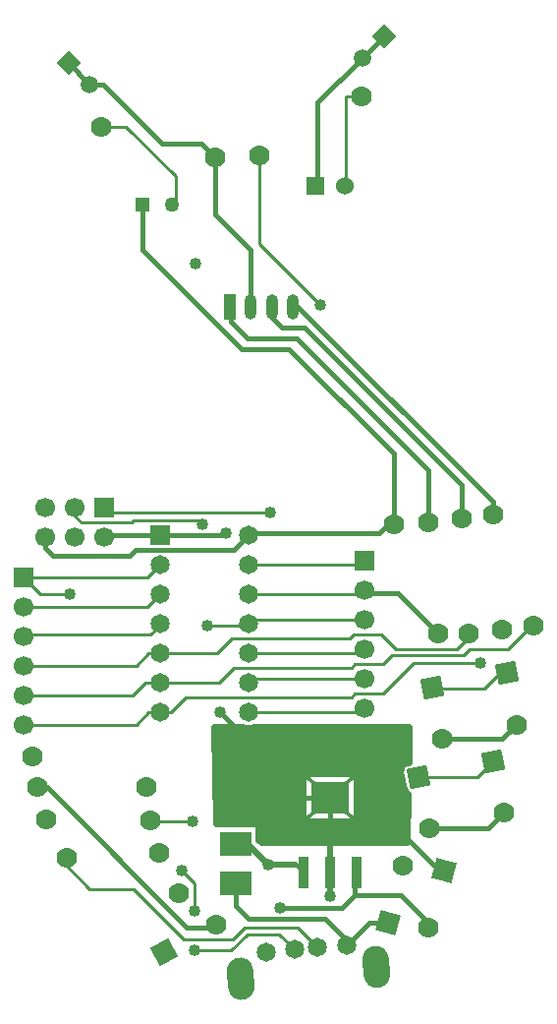
<source format=gbr>
G04 DipTrace 3.3.1.3*
G04 Bottom.gbr*
%MOIN*%
G04 #@! TF.FileFunction,Copper,L2,Bot*
G04 #@! TF.Part,Single*
%AMOUTLINE0*
4,1,4,
0.042866,0.024749,
0.024749,-0.042866,
-0.042866,-0.024749,
-0.024749,0.042866,
0.042866,0.024749,
0*%
%AMOUTLINE3*
4,1,4,
-0.047475,0.014004,
0.014004,0.047475,
0.047475,-0.014004,
-0.014004,-0.047475,
-0.047475,0.014004,
0*%
%AMOUTLINE6*
4,1,4,
-0.042945,-0.02461,
-0.02461,0.042945,
0.042945,0.02461,
0.02461,-0.042945,
-0.042945,-0.02461,
0*%
%AMOUTLINE9*
4,1,4,
0.0,-0.041759,
-0.041759,0.0,
0.0,0.041759,
0.041759,0.0,
0.0,-0.041759,
0*%
%AMOUTLINE12*
4,1,4,
-0.041759,0.0,
0.0,0.041759,
0.041759,0.0,
0.0,-0.041759,
-0.041759,0.0,
0*%
%AMOUTLINE15*
4,1,4,
-0.027776,-0.04097,
-0.04097,0.027776,
0.027776,0.04097,
0.04097,-0.027776,
-0.027776,-0.04097,
0*%
%AMOUTLINE18*
4,1,4,
-0.026971,-0.041504,
-0.041504,0.026971,
0.026971,0.041504,
0.041504,-0.026971,
-0.026971,-0.041504,
0*%
%AMOUTLINE21*
4,1,16,
-0.042584,-0.03111,
-0.036537,-0.050202,
-0.022804,-0.064778,
-0.004106,-0.071954,
0.015853,-0.070306,
0.033119,-0.060161,
0.044276,-0.043529,
0.04711,-0.023703,
0.042584,0.03111,
0.036537,0.050202,
0.022804,0.064778,
0.004106,0.071954,
-0.015853,0.070306,
-0.033119,0.060161,
-0.044276,0.043529,
-0.04711,0.023703,
-0.042584,-0.03111,
0*%
%AMOUTLINE24*
4,1,16,
-0.042626,-0.030612,
-0.036577,-0.049703,
-0.022845,-0.064281,
-0.004147,-0.071455,
0.015811,-0.069807,
0.033079,-0.059663,
0.044235,-0.04303,
0.04707,-0.023206,
0.042626,0.030612,
0.036577,0.049703,
0.022845,0.064281,
0.004147,0.071455,
-0.015811,0.069807,
-0.033079,0.059663,
-0.044235,0.04303,
-0.04707,0.023206,
-0.042626,-0.030612,
0*%
G04 #@! TA.AperFunction,Conductor*
%ADD13C,0.01*%
%ADD14C,0.015*%
%ADD15C,0.02*%
G04 #@! TA.AperFunction,CopperBalancing*
%ADD16C,0.025*%
%ADD17C,0.013*%
G04 #@! TA.AperFunction,ComponentPad*
%ADD18C,0.07*%
%ADD19C,0.05*%
%ADD20R,0.05X0.05*%
%ADD21C,0.06*%
%ADD22R,0.06X0.06*%
%ADD23O,0.041339X0.085*%
%ADD24R,0.041339X0.085*%
%ADD25R,0.106299X0.08*%
G04 #@! TA.AperFunction,ComponentPad*
%ADD26C,0.059055*%
%ADD27R,0.066929X0.066929*%
%ADD28C,0.066929*%
%ADD29C,0.07*%
%ADD30R,0.065X0.065*%
%ADD31C,0.065*%
%ADD33R,0.037402X0.11*%
%ADD34R,0.127953X0.11*%
G04 #@! TA.AperFunction,ViaPad*
%ADD35C,0.04*%
G04 #@! TA.AperFunction,ComponentPad*
%ADD89OUTLINE0*%
%ADD92OUTLINE3*%
%ADD95OUTLINE6*%
%ADD98OUTLINE9*%
%ADD101OUTLINE12*%
%ADD104OUTLINE15*%
%ADD107OUTLINE18*%
%ADD110OUTLINE21*%
%ADD113OUTLINE24*%
%FSLAX26Y26*%
G04*
G70*
G90*
G75*
G01*
G04 Bottom*
%LPD*%
X536956Y1374575D2*
D13*
X921339D1*
X963293Y1416529D1*
X1000852D1*
X1038285D1*
X1089840Y1468085D1*
X1652281D1*
X1663283Y1479086D1*
X1757023D1*
X1861305Y1583368D1*
X2089085D1*
X1300852Y1816529D2*
X1682522D1*
X1694146Y1828154D1*
Y1818550D1*
D14*
X1809044D1*
X1944419Y1683175D1*
X2177873Y1548560D2*
D13*
Y1572864D1*
X2102371Y1497363D1*
X1929407D1*
X1926461Y1500309D1*
X1694146Y1728154D2*
X1312477D1*
X1300852Y1716529D1*
X1879864Y1195256D2*
X2077141D1*
X2130287Y1248401D1*
X1300852Y1716529D2*
Y1710312D1*
X1163335D1*
X1113340Y1047881D2*
X968842D1*
Y1049573D1*
X536956Y1474575D2*
X908851D1*
X950805Y1516529D1*
X1000852D1*
X1200779D1*
X1250826Y1566577D1*
X1650784D1*
X1663283Y1579075D1*
X1757023D1*
X1788270Y1610322D1*
X2031994D1*
X2050742Y1629070D1*
X2181978D1*
X2262304Y1709396D1*
X2268792D1*
X1300852Y1916529D2*
X1682522D1*
X1694146Y1928154D1*
X1338317Y3303894D2*
Y3003926D1*
X1544545Y2797697D1*
X1300852Y1616529D2*
X1682522D1*
X1694146Y1628154D1*
Y1528154D2*
X1312477D1*
X1300852Y1516529D1*
X713393Y2111254D2*
Y2079012D1*
X733751Y2058654D1*
X903980D1*
X911432Y2066107D1*
X1132506D1*
X1144587Y2054025D1*
X1578981Y872898D2*
D14*
Y1126271D1*
Y872898D2*
Y857340D1*
X1575792Y854151D1*
Y999886D1*
X1828902D1*
X1949151Y879637D1*
X1964326D1*
X1959859Y1326285D2*
X2162964D1*
X2211221Y1374543D1*
X1916650Y1021917D2*
X2113872D1*
X2167024Y1075069D1*
X1000852Y2016529D2*
X813393D1*
Y2011254D1*
X1204371Y1415973D2*
X1494073Y1126271D1*
X1578981D1*
X690183Y3615082D2*
X760894Y3544371D1*
X807333D1*
X1009149Y3342554D1*
X1143423D1*
X1188333Y3297645D1*
X1120801Y2937183D2*
Y2943432D1*
X1188333Y3297645D2*
Y3103915D1*
X1308221Y2984027D1*
Y2791272D1*
X1225829Y2022779D2*
X1219579Y2016529D1*
X1000852D1*
X1578981Y872898D2*
D15*
Y791469D1*
X1760280Y3705251D2*
D14*
X1689569Y3634540D1*
X1688112D1*
X1535029Y3481457D1*
Y3204104D1*
X1529321Y3198396D1*
X1300852Y2016529D2*
X1307102Y2022779D1*
X1744524D1*
X1788270Y2066524D1*
Y2047776D1*
X1800768D1*
X1794519Y2054025D1*
X613393Y2011254D2*
Y1972784D1*
X639342Y1946835D1*
X899911D1*
X919611Y1966535D1*
X1250857D1*
X1300852Y2016529D1*
X942791Y3136704D2*
Y2981857D1*
X1276935Y2647713D1*
X1438306D1*
X1794519Y2291501D1*
Y2054025D1*
X584951Y1161948D2*
X617262D1*
X1092360Y686850D1*
X1190634D1*
Y698036D1*
X1409746Y752445D2*
X1617771D1*
X1662842Y797516D1*
X1816869D1*
X1912562Y701823D1*
Y686451D1*
X1669581Y872872D2*
X1662842D1*
Y797516D1*
X801962Y3401172D2*
D13*
X885318D1*
X1054557Y3231934D1*
Y3148470D1*
X1042791Y3136704D1*
X1684726Y3503894D2*
X1633247D1*
Y3202322D1*
X1629321Y3198396D1*
X684905Y924683D2*
Y895128D1*
X763377Y816655D1*
X911050D1*
X1082793Y644913D1*
X1247815D1*
X1289728Y686825D1*
X1468843D1*
X1536739Y618928D1*
X536956Y1874575D2*
X958898D1*
X1000852Y1916529D1*
X694634Y1816550D2*
X594981D1*
X536956Y1874575D1*
Y1774575D2*
X958898D1*
X1000852Y1816529D1*
X1075844Y879149D2*
X1119221Y835772D1*
Y741502D1*
X1116798Y610046D2*
X1242960D1*
X1297209Y664296D1*
X1406419D1*
X1458267Y612449D1*
X1452022Y2791272D2*
X1469729D1*
D14*
X2131983Y2129018D1*
Y2085272D1*
X1383221Y2791272D2*
D13*
Y2751556D1*
D14*
X1415558Y2719218D1*
X1491788D1*
X2025745Y2185262D1*
Y2072773D1*
X1000852Y1716529D2*
D13*
Y1710312D1*
X969606Y1679065D1*
X541445D1*
X536956Y1674575D1*
X1239522Y2791272D2*
X1243186D1*
D14*
Y2738207D1*
X1298470Y2682922D1*
X1465591D1*
X1913256Y2235256D1*
Y2060275D1*
X1634833Y627077D2*
Y642088D1*
X1560941Y715980D1*
X1301507D1*
X1257075Y760411D1*
Y835411D1*
X1773826Y702819D2*
X1710575D1*
X1634833Y627077D1*
X1257075Y970629D2*
D13*
X1298049D1*
D15*
X1369453Y899225D1*
X1462103D1*
D13*
X1488430Y872898D1*
X1300852Y1416529D2*
X1682522D1*
X1694146Y1428154D1*
X813393Y2111254D2*
Y2091522D1*
X1375813D1*
X536956Y1574575D2*
X921360D1*
X963314Y1616529D1*
X1000852D1*
X1194540D1*
X1244577Y1666566D1*
X1644535D1*
X1657033Y1679065D1*
X1750773D1*
X1800768Y1629070D1*
X2006997D1*
X2044493Y1666566D1*
Y1684398D1*
X2050065D1*
D35*
X2089085Y1583368D3*
X1163335Y1710312D3*
X1113340Y1047881D3*
X1544545Y2797697D3*
X1144587Y2054025D3*
X1204371Y1415973D3*
X1120801Y2937183D3*
X1225829Y2022779D3*
X1578981Y791469D3*
X1409746Y752445D3*
X694634Y1816550D3*
X1075844Y879149D3*
X1119221Y741502D3*
X1116798Y610046D3*
X1369453Y899225D3*
X1375813Y2091522D3*
X1192602Y1337478D2*
D16*
X1842667D1*
X1192997Y1312609D2*
X1842272D1*
X1193355Y1287741D2*
X1841914D1*
X1193750Y1262872D2*
X1841519D1*
X1194108Y1238003D2*
X1822106D1*
X1194503Y1213134D2*
X1814318D1*
X1194861Y1188266D2*
X1484004D1*
X1673952D2*
X1819594D1*
X1195256Y1163397D2*
X1484004D1*
X1673952D2*
X1824868D1*
X1195616Y1138528D2*
X1484004D1*
X1673952D2*
X1836208D1*
X1196010Y1113659D2*
X1484004D1*
X1673952D2*
X1839258D1*
X1196369Y1088791D2*
X1484004D1*
X1673952D2*
X1838899D1*
X1196764Y1063922D2*
X1484004D1*
X1673952D2*
X1838504D1*
X1341234Y1039053D2*
X1838146D1*
X1341234Y1014184D2*
X1837751D1*
X1341234Y989315D2*
X1837392D1*
X1194624Y1039129D2*
X1338725D1*
Y984406D1*
X1348237Y974889D1*
X1839653Y974890D1*
X1842104Y1136060D1*
X1838083Y1139061D1*
X1835006Y1142306D1*
X1832473Y1145993D1*
X1830549Y1150031D1*
X1829279Y1154327D1*
X1816642Y1214293D1*
X1816410Y1218759D1*
X1816878Y1223207D1*
X1818037Y1227525D1*
X1819857Y1231611D1*
X1822294Y1235360D1*
X1825288Y1238683D1*
X1828764Y1241497D1*
X1832638Y1243731D1*
X1836814Y1245333D1*
X1843792Y1246903D1*
X1845532Y1362319D1*
X1321648Y1362347D1*
X1314398Y1360106D1*
X1305405Y1358680D1*
X1296300D1*
X1287306Y1360106D1*
X1280199Y1362346D1*
X1189737Y1362347D1*
X1194633Y1039163D1*
X1488342Y1209771D2*
X1671457D1*
Y1042771D1*
X1486504D1*
Y1209771D1*
X1488342D1*
X1486531Y1209747D2*
D17*
X1671431Y1042794D1*
Y1209747D2*
X1486531Y1042794D1*
D18*
X1912562Y686451D3*
D89*
X1964326Y879637D3*
D18*
X1190634Y698036D3*
D92*
X1014981Y602401D3*
D19*
X1042791Y3136704D3*
D20*
X942791D3*
D21*
X1629321Y3198396D3*
D22*
X1529321D3*
D23*
X1452020Y2791260D3*
X1308219D3*
D24*
X1239520D3*
D23*
X1383219D3*
D25*
X1257075Y835411D3*
Y970629D3*
D18*
X1826209Y895838D3*
D95*
X1773826Y702819D3*
D98*
X690183Y3615082D3*
D26*
X760894Y3544371D3*
D101*
X1760280Y3705251D3*
D26*
X1689569Y3634540D3*
D27*
X1694146Y1928154D3*
D28*
Y1828154D3*
Y1728154D3*
Y1628154D3*
Y1528154D3*
Y1428154D3*
D27*
X536956Y1874575D3*
D28*
Y1774575D3*
Y1674575D3*
Y1574575D3*
Y1474575D3*
Y1374575D3*
D27*
X813393Y2111254D3*
D28*
Y2011254D3*
X713393Y2111254D3*
Y2011254D3*
X613393Y2111254D3*
Y2011254D3*
D18*
X1188333Y3297645D3*
D29*
X801962Y3401172D3*
D18*
X1338317Y3303894D3*
D29*
X1684726Y3503894D3*
D18*
X968840Y1049573D3*
D29*
X584951Y1161948D3*
D18*
X1794519Y2054025D3*
D29*
X1944419Y1683175D3*
D18*
X1066348Y804263D3*
D29*
X684905Y924683D3*
D18*
X997456Y938123D3*
D29*
X613852Y1051469D3*
D18*
X955333Y1162020D3*
D29*
X569078Y1265981D3*
D18*
X2131983Y2085272D3*
D29*
X2268792Y1709396D3*
D18*
X2025745Y2072773D3*
D29*
X2162553Y1696897D3*
D18*
X1913256Y2060275D3*
D29*
X2050065Y1684398D3*
D104*
X1926462Y1500309D3*
D18*
X1959860Y1326286D3*
X2211222Y1374544D3*
D104*
X2177874Y1548560D3*
D107*
X1879864Y1195256D3*
D18*
X1916650Y1021918D3*
X2167024Y1075070D3*
D107*
X2130286Y1248402D3*
D30*
X1000852Y2016529D3*
D31*
Y1916529D3*
Y1816529D3*
Y1716529D3*
Y1616529D3*
Y1516529D3*
Y1416529D3*
X1300852D3*
Y1516529D3*
Y1616529D3*
Y1716529D3*
Y1816529D3*
Y1916529D3*
Y2016529D3*
D33*
X1669581Y872872D3*
X1578981Y872898D3*
X1488430D3*
D34*
X1578981Y1126271D3*
D31*
X1458267Y612449D3*
X1536739Y618928D3*
X1634833Y627077D3*
X1360175Y604351D3*
D110*
X1274784Y514368D3*
D113*
X1733823Y552270D3*
M02*

</source>
